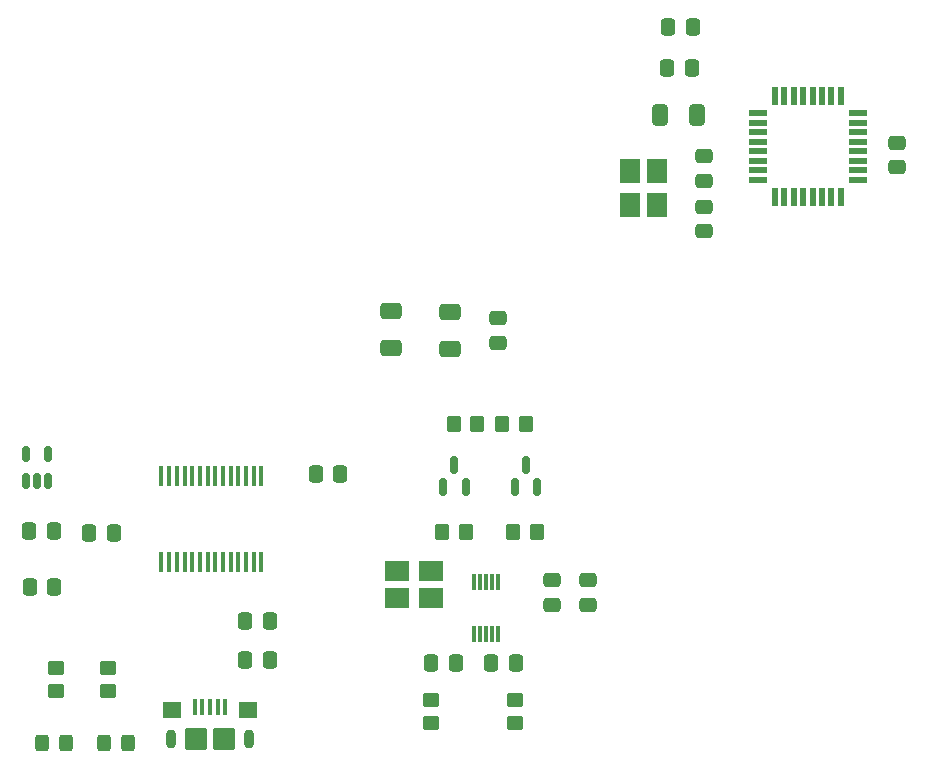
<source format=gbr>
%TF.GenerationSoftware,KiCad,Pcbnew,8.0.5-1.fc40*%
%TF.CreationDate,2024-10-13T22:43:07+02:00*%
%TF.ProjectId,sis5351a GPS controlled time base,73697335-3335-4316-9120-47505320636f,rev?*%
%TF.SameCoordinates,Original*%
%TF.FileFunction,Paste,Top*%
%TF.FilePolarity,Positive*%
%FSLAX46Y46*%
G04 Gerber Fmt 4.6, Leading zero omitted, Abs format (unit mm)*
G04 Created by KiCad (PCBNEW 8.0.5-1.fc40) date 2024-10-13 22:43:07*
%MOMM*%
%LPD*%
G01*
G04 APERTURE LIST*
G04 Aperture macros list*
%AMRoundRect*
0 Rectangle with rounded corners*
0 $1 Rounding radius*
0 $2 $3 $4 $5 $6 $7 $8 $9 X,Y pos of 4 corners*
0 Add a 4 corners polygon primitive as box body*
4,1,4,$2,$3,$4,$5,$6,$7,$8,$9,$2,$3,0*
0 Add four circle primitives for the rounded corners*
1,1,$1+$1,$2,$3*
1,1,$1+$1,$4,$5*
1,1,$1+$1,$6,$7*
1,1,$1+$1,$8,$9*
0 Add four rect primitives between the rounded corners*
20,1,$1+$1,$2,$3,$4,$5,0*
20,1,$1+$1,$4,$5,$6,$7,0*
20,1,$1+$1,$6,$7,$8,$9,0*
20,1,$1+$1,$8,$9,$2,$3,0*%
G04 Aperture macros list end*
%ADD10RoundRect,0.250000X-0.650000X0.412500X-0.650000X-0.412500X0.650000X-0.412500X0.650000X0.412500X0*%
%ADD11RoundRect,0.250000X-0.412500X-0.650000X0.412500X-0.650000X0.412500X0.650000X-0.412500X0.650000X0*%
%ADD12RoundRect,0.250000X-0.325000X-0.450000X0.325000X-0.450000X0.325000X0.450000X-0.325000X0.450000X0*%
%ADD13RoundRect,0.250000X0.450000X-0.350000X0.450000X0.350000X-0.450000X0.350000X-0.450000X-0.350000X0*%
%ADD14RoundRect,0.100000X-0.100000X-0.575000X0.100000X-0.575000X0.100000X0.575000X-0.100000X0.575000X0*%
%ADD15O,0.900000X1.600000*%
%ADD16RoundRect,0.250000X-0.550000X-0.450000X0.550000X-0.450000X0.550000X0.450000X-0.550000X0.450000X0*%
%ADD17RoundRect,0.250000X-0.700000X-0.700000X0.700000X-0.700000X0.700000X0.700000X-0.700000X0.700000X0*%
%ADD18RoundRect,0.250000X-0.475000X0.337500X-0.475000X-0.337500X0.475000X-0.337500X0.475000X0.337500X0*%
%ADD19RoundRect,0.250000X-0.337500X-0.475000X0.337500X-0.475000X0.337500X0.475000X-0.337500X0.475000X0*%
%ADD20R,1.600000X0.550000*%
%ADD21R,0.550000X1.600000*%
%ADD22RoundRect,0.250000X0.337500X0.475000X-0.337500X0.475000X-0.337500X-0.475000X0.337500X-0.475000X0*%
%ADD23RoundRect,0.150000X0.150000X-0.512500X0.150000X0.512500X-0.150000X0.512500X-0.150000X-0.512500X0*%
%ADD24RoundRect,0.250000X0.475000X-0.337500X0.475000X0.337500X-0.475000X0.337500X-0.475000X-0.337500X0*%
%ADD25RoundRect,0.250000X-0.350000X-0.450000X0.350000X-0.450000X0.350000X0.450000X-0.350000X0.450000X0*%
%ADD26RoundRect,0.250000X0.350000X0.450000X-0.350000X0.450000X-0.350000X-0.450000X0.350000X-0.450000X0*%
%ADD27R,0.300000X1.400000*%
%ADD28RoundRect,0.150000X0.150000X-0.587500X0.150000X0.587500X-0.150000X0.587500X-0.150000X-0.587500X0*%
%ADD29R,0.450000X1.750000*%
%ADD30R,1.800000X2.100000*%
%ADD31R,2.100000X1.800000*%
G04 APERTURE END LIST*
D10*
%TO.C,C13*%
X163166400Y-99260300D03*
X163166400Y-102385300D03*
%TD*%
%TO.C,C12*%
X158166400Y-99222800D03*
X158166400Y-102347800D03*
%TD*%
D11*
%TO.C,C7*%
X180875000Y-82600000D03*
X184000000Y-82600000D03*
%TD*%
D12*
%TO.C,D1*%
X128600000Y-135800000D03*
X130650000Y-135800000D03*
%TD*%
D13*
%TO.C,R9*%
X168656000Y-134112000D03*
X168656000Y-132112000D03*
%TD*%
D14*
%TO.C,J1*%
X141500000Y-132725000D03*
X142150000Y-132725000D03*
X142800000Y-132725000D03*
X143450000Y-132725000D03*
X144100000Y-132725000D03*
D15*
X139500000Y-135400000D03*
D16*
X139600000Y-132950000D03*
D17*
X141600000Y-135400000D03*
X144000000Y-135400000D03*
D16*
X146000000Y-132950000D03*
D15*
X146100000Y-135400000D03*
%TD*%
D18*
%TO.C,C8*%
X201000000Y-84925000D03*
X201000000Y-87000000D03*
%TD*%
D19*
%TO.C,C5*%
X181525000Y-78600000D03*
X183600000Y-78600000D03*
%TD*%
%TO.C,C19*%
X161522500Y-129032000D03*
X163597500Y-129032000D03*
%TD*%
D20*
%TO.C,U3*%
X189171000Y-82467800D03*
X189171000Y-83267800D03*
X189171000Y-84067800D03*
X189171000Y-84867800D03*
X189171000Y-85667800D03*
X189171000Y-86467800D03*
X189171000Y-87267800D03*
X189171000Y-88067800D03*
D21*
X190621000Y-89517800D03*
X191421000Y-89517800D03*
X192221000Y-89517800D03*
X193021000Y-89517800D03*
X193821000Y-89517800D03*
X194621000Y-89517800D03*
X195421000Y-89517800D03*
X196221000Y-89517800D03*
D20*
X197671000Y-88067800D03*
X197671000Y-87267800D03*
X197671000Y-86467800D03*
X197671000Y-85667800D03*
X197671000Y-84867800D03*
X197671000Y-84067800D03*
X197671000Y-83267800D03*
X197671000Y-82467800D03*
D21*
X196221000Y-81017800D03*
X195421000Y-81017800D03*
X194621000Y-81017800D03*
X193821000Y-81017800D03*
X193021000Y-81017800D03*
X192221000Y-81017800D03*
X191421000Y-81017800D03*
X190621000Y-81017800D03*
%TD*%
D13*
%TO.C,R6*%
X134200000Y-131400000D03*
X134200000Y-129400000D03*
%TD*%
D22*
%TO.C,C17*%
X147849500Y-128778000D03*
X145774500Y-128778000D03*
%TD*%
D18*
%TO.C,C3*%
X174800000Y-122000000D03*
X174800000Y-124075000D03*
%TD*%
D23*
%TO.C,U2*%
X127200000Y-113600000D03*
X128150000Y-113600000D03*
X129100000Y-113600000D03*
X129100000Y-111325000D03*
X127200000Y-111325000D03*
%TD*%
D24*
%TO.C,C14*%
X184600000Y-92425000D03*
X184600000Y-90350000D03*
%TD*%
D19*
%TO.C,C1*%
X127562500Y-122600000D03*
X129637500Y-122600000D03*
%TD*%
D25*
%TO.C,R2*%
X168500000Y-117900000D03*
X170500000Y-117900000D03*
%TD*%
D18*
%TO.C,C15*%
X184600000Y-86075000D03*
X184600000Y-88150000D03*
%TD*%
D22*
%TO.C,C18*%
X168677500Y-129032000D03*
X166602500Y-129032000D03*
%TD*%
D25*
%TO.C,R1*%
X162450000Y-117900000D03*
X164450000Y-117900000D03*
%TD*%
D13*
%TO.C,R10*%
X161544000Y-134096000D03*
X161544000Y-132096000D03*
%TD*%
D25*
%TO.C,R3*%
X169550000Y-108750000D03*
X167550000Y-108750000D03*
%TD*%
D18*
%TO.C,C9*%
X167166400Y-99785300D03*
X167166400Y-101860300D03*
%TD*%
D26*
%TO.C,R4*%
X163450000Y-108750000D03*
X165450000Y-108750000D03*
%TD*%
D19*
%TO.C,C10*%
X151762500Y-113000000D03*
X153837500Y-113000000D03*
%TD*%
D27*
%TO.C,U1*%
X167200600Y-122176800D03*
X166700600Y-122176800D03*
X166200600Y-122176800D03*
X165700600Y-122176800D03*
X165200600Y-122176800D03*
X165200600Y-126576800D03*
X165700600Y-126576800D03*
X166200600Y-126576800D03*
X166700600Y-126576800D03*
X167200600Y-126576800D03*
%TD*%
D28*
%TO.C,Q2*%
X163500000Y-112225000D03*
X164450000Y-114100000D03*
X162550000Y-114100000D03*
%TD*%
D19*
%TO.C,C11*%
X132600000Y-118000000D03*
X134675000Y-118000000D03*
%TD*%
D18*
%TO.C,C4*%
X171800000Y-122000000D03*
X171800000Y-124075000D03*
%TD*%
D19*
%TO.C,C6*%
X181612500Y-75150000D03*
X183687500Y-75150000D03*
%TD*%
D29*
%TO.C,U5*%
X147150000Y-120400000D03*
X146500000Y-120400000D03*
X145850000Y-120400000D03*
X145200000Y-120400000D03*
X144550000Y-120400000D03*
X143900000Y-120400000D03*
X143250000Y-120400000D03*
X142600000Y-120400000D03*
X141950000Y-120400000D03*
X141300000Y-120400000D03*
X140650000Y-120400000D03*
X140000000Y-120400000D03*
X139350000Y-120400000D03*
X138700000Y-120400000D03*
X138700000Y-113200000D03*
X139350000Y-113200000D03*
X140000000Y-113200000D03*
X140650000Y-113200000D03*
X141300000Y-113200000D03*
X141950000Y-113200000D03*
X142600000Y-113200000D03*
X143250000Y-113200000D03*
X143900000Y-113200000D03*
X144550000Y-113200000D03*
X145200000Y-113200000D03*
X145850000Y-113200000D03*
X146500000Y-113200000D03*
X147150000Y-113200000D03*
%TD*%
D22*
%TO.C,C16*%
X147849500Y-125476000D03*
X145774500Y-125476000D03*
%TD*%
D28*
%TO.C,Q1*%
X169550000Y-112225000D03*
X170500000Y-114100000D03*
X168600000Y-114100000D03*
%TD*%
D19*
%TO.C,C2*%
X127525000Y-117800000D03*
X129600000Y-117800000D03*
%TD*%
D30*
%TO.C,Y2*%
X180650000Y-90200000D03*
X180650000Y-87300000D03*
X178350000Y-87300000D03*
X178350000Y-90200000D03*
%TD*%
D12*
%TO.C,D2*%
X133800000Y-135800000D03*
X135850000Y-135800000D03*
%TD*%
D13*
%TO.C,R5*%
X129800000Y-131400000D03*
X129800000Y-129400000D03*
%TD*%
D31*
%TO.C,Y1*%
X158600000Y-123500000D03*
X161500000Y-123500000D03*
X161500000Y-121200000D03*
X158600000Y-121200000D03*
%TD*%
M02*

</source>
